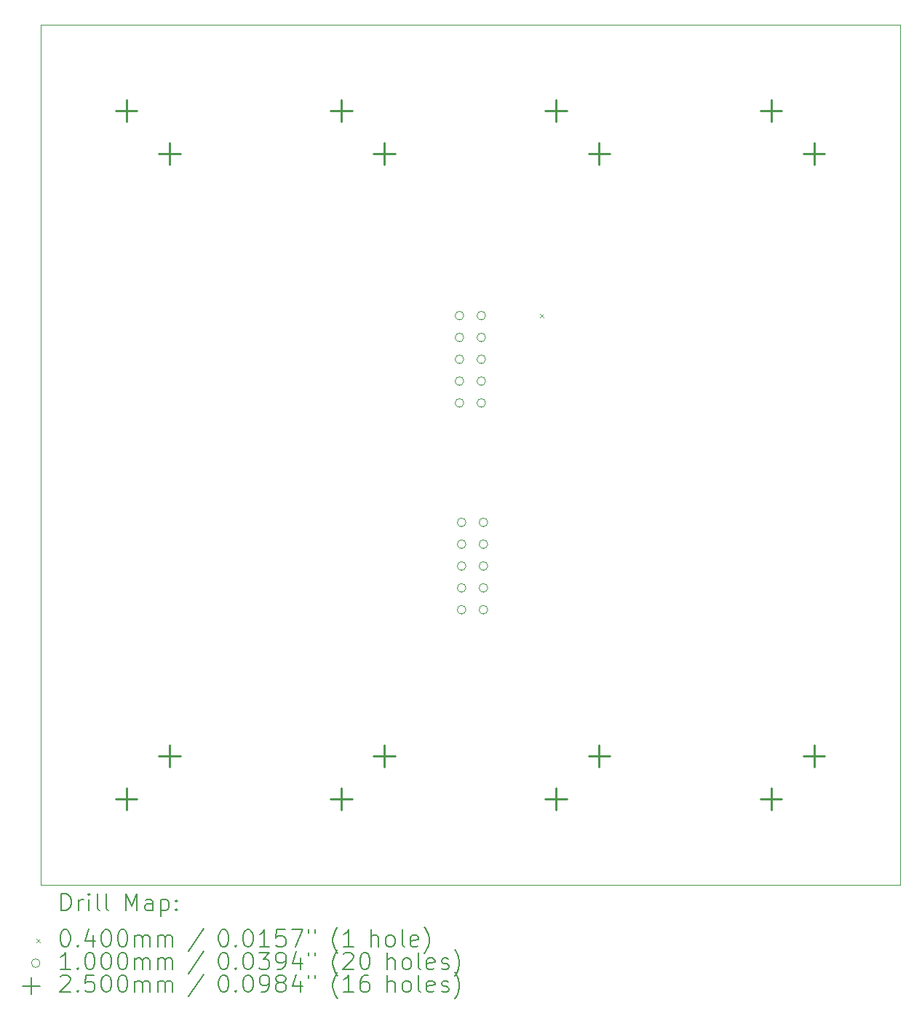
<source format=gbr>
%TF.GenerationSoftware,KiCad,Pcbnew,(7.0.0)*%
%TF.CreationDate,2023-05-18T23:42:44+02:00*%
%TF.ProjectId,Fad_1,4661645f-312e-46b6-9963-61645f706362,rev?*%
%TF.SameCoordinates,Original*%
%TF.FileFunction,Drillmap*%
%TF.FilePolarity,Positive*%
%FSLAX45Y45*%
G04 Gerber Fmt 4.5, Leading zero omitted, Abs format (unit mm)*
G04 Created by KiCad (PCBNEW (7.0.0)) date 2023-05-18 23:42:44*
%MOMM*%
%LPD*%
G01*
G04 APERTURE LIST*
%ADD10C,0.100000*%
%ADD11C,0.200000*%
%ADD12C,0.040000*%
%ADD13C,0.250000*%
G04 APERTURE END LIST*
D10*
X18000000Y-14000000D02*
X8000000Y-14000000D01*
X8000000Y-4000000D01*
X18000000Y-4000000D01*
X18000000Y-14000000D01*
D11*
D12*
X13810000Y-7360000D02*
X13850000Y-7400000D01*
X13850000Y-7360000D02*
X13810000Y-7400000D01*
D10*
X12925350Y-7380800D02*
G75*
G03*
X12925350Y-7380800I-50000J0D01*
G01*
X12925350Y-7634800D02*
G75*
G03*
X12925350Y-7634800I-50000J0D01*
G01*
X12925350Y-7888800D02*
G75*
G03*
X12925350Y-7888800I-50000J0D01*
G01*
X12925350Y-8142800D02*
G75*
G03*
X12925350Y-8142800I-50000J0D01*
G01*
X12925350Y-8396800D02*
G75*
G03*
X12925350Y-8396800I-50000J0D01*
G01*
X12950000Y-9784000D02*
G75*
G03*
X12950000Y-9784000I-50000J0D01*
G01*
X12950000Y-10038000D02*
G75*
G03*
X12950000Y-10038000I-50000J0D01*
G01*
X12950000Y-10292000D02*
G75*
G03*
X12950000Y-10292000I-50000J0D01*
G01*
X12950000Y-10546000D02*
G75*
G03*
X12950000Y-10546000I-50000J0D01*
G01*
X12950000Y-10800000D02*
G75*
G03*
X12950000Y-10800000I-50000J0D01*
G01*
X13179350Y-7380800D02*
G75*
G03*
X13179350Y-7380800I-50000J0D01*
G01*
X13179350Y-7634800D02*
G75*
G03*
X13179350Y-7634800I-50000J0D01*
G01*
X13179350Y-7888800D02*
G75*
G03*
X13179350Y-7888800I-50000J0D01*
G01*
X13179350Y-8142800D02*
G75*
G03*
X13179350Y-8142800I-50000J0D01*
G01*
X13179350Y-8396800D02*
G75*
G03*
X13179350Y-8396800I-50000J0D01*
G01*
X13204000Y-9784000D02*
G75*
G03*
X13204000Y-9784000I-50000J0D01*
G01*
X13204000Y-10038000D02*
G75*
G03*
X13204000Y-10038000I-50000J0D01*
G01*
X13204000Y-10292000D02*
G75*
G03*
X13204000Y-10292000I-50000J0D01*
G01*
X13204000Y-10546000D02*
G75*
G03*
X13204000Y-10546000I-50000J0D01*
G01*
X13204000Y-10800000D02*
G75*
G03*
X13204000Y-10800000I-50000J0D01*
G01*
D13*
X9000000Y-4875000D02*
X9000000Y-5125000D01*
X8875000Y-5000000D02*
X9125000Y-5000000D01*
X9000000Y-12875000D02*
X9000000Y-13125000D01*
X8875000Y-13000000D02*
X9125000Y-13000000D01*
X9500000Y-5375000D02*
X9500000Y-5625000D01*
X9375000Y-5500000D02*
X9625000Y-5500000D01*
X9500000Y-12375000D02*
X9500000Y-12625000D01*
X9375000Y-12500000D02*
X9625000Y-12500000D01*
X11500000Y-4875000D02*
X11500000Y-5125000D01*
X11375000Y-5000000D02*
X11625000Y-5000000D01*
X11500000Y-12875000D02*
X11500000Y-13125000D01*
X11375000Y-13000000D02*
X11625000Y-13000000D01*
X12000000Y-5375000D02*
X12000000Y-5625000D01*
X11875000Y-5500000D02*
X12125000Y-5500000D01*
X12000000Y-12375000D02*
X12000000Y-12625000D01*
X11875000Y-12500000D02*
X12125000Y-12500000D01*
X14000000Y-4875000D02*
X14000000Y-5125000D01*
X13875000Y-5000000D02*
X14125000Y-5000000D01*
X14000000Y-12875000D02*
X14000000Y-13125000D01*
X13875000Y-13000000D02*
X14125000Y-13000000D01*
X14500000Y-5375000D02*
X14500000Y-5625000D01*
X14375000Y-5500000D02*
X14625000Y-5500000D01*
X14500000Y-12375000D02*
X14500000Y-12625000D01*
X14375000Y-12500000D02*
X14625000Y-12500000D01*
X16500000Y-4875000D02*
X16500000Y-5125000D01*
X16375000Y-5000000D02*
X16625000Y-5000000D01*
X16500000Y-12875000D02*
X16500000Y-13125000D01*
X16375000Y-13000000D02*
X16625000Y-13000000D01*
X17000000Y-5375000D02*
X17000000Y-5625000D01*
X16875000Y-5500000D02*
X17125000Y-5500000D01*
X17000000Y-12375000D02*
X17000000Y-12625000D01*
X16875000Y-12500000D02*
X17125000Y-12500000D01*
D11*
X8242619Y-14298476D02*
X8242619Y-14098476D01*
X8242619Y-14098476D02*
X8290238Y-14098476D01*
X8290238Y-14098476D02*
X8318809Y-14108000D01*
X8318809Y-14108000D02*
X8337857Y-14127048D01*
X8337857Y-14127048D02*
X8347381Y-14146095D01*
X8347381Y-14146095D02*
X8356905Y-14184190D01*
X8356905Y-14184190D02*
X8356905Y-14212762D01*
X8356905Y-14212762D02*
X8347381Y-14250857D01*
X8347381Y-14250857D02*
X8337857Y-14269905D01*
X8337857Y-14269905D02*
X8318809Y-14288952D01*
X8318809Y-14288952D02*
X8290238Y-14298476D01*
X8290238Y-14298476D02*
X8242619Y-14298476D01*
X8442619Y-14298476D02*
X8442619Y-14165143D01*
X8442619Y-14203238D02*
X8452143Y-14184190D01*
X8452143Y-14184190D02*
X8461667Y-14174667D01*
X8461667Y-14174667D02*
X8480714Y-14165143D01*
X8480714Y-14165143D02*
X8499762Y-14165143D01*
X8566429Y-14298476D02*
X8566429Y-14165143D01*
X8566429Y-14098476D02*
X8556905Y-14108000D01*
X8556905Y-14108000D02*
X8566429Y-14117524D01*
X8566429Y-14117524D02*
X8575952Y-14108000D01*
X8575952Y-14108000D02*
X8566429Y-14098476D01*
X8566429Y-14098476D02*
X8566429Y-14117524D01*
X8690238Y-14298476D02*
X8671190Y-14288952D01*
X8671190Y-14288952D02*
X8661667Y-14269905D01*
X8661667Y-14269905D02*
X8661667Y-14098476D01*
X8795000Y-14298476D02*
X8775952Y-14288952D01*
X8775952Y-14288952D02*
X8766429Y-14269905D01*
X8766429Y-14269905D02*
X8766429Y-14098476D01*
X8991190Y-14298476D02*
X8991190Y-14098476D01*
X8991190Y-14098476D02*
X9057857Y-14241333D01*
X9057857Y-14241333D02*
X9124524Y-14098476D01*
X9124524Y-14098476D02*
X9124524Y-14298476D01*
X9305476Y-14298476D02*
X9305476Y-14193714D01*
X9305476Y-14193714D02*
X9295952Y-14174667D01*
X9295952Y-14174667D02*
X9276905Y-14165143D01*
X9276905Y-14165143D02*
X9238809Y-14165143D01*
X9238809Y-14165143D02*
X9219762Y-14174667D01*
X9305476Y-14288952D02*
X9286429Y-14298476D01*
X9286429Y-14298476D02*
X9238809Y-14298476D01*
X9238809Y-14298476D02*
X9219762Y-14288952D01*
X9219762Y-14288952D02*
X9210238Y-14269905D01*
X9210238Y-14269905D02*
X9210238Y-14250857D01*
X9210238Y-14250857D02*
X9219762Y-14231809D01*
X9219762Y-14231809D02*
X9238809Y-14222286D01*
X9238809Y-14222286D02*
X9286429Y-14222286D01*
X9286429Y-14222286D02*
X9305476Y-14212762D01*
X9400714Y-14165143D02*
X9400714Y-14365143D01*
X9400714Y-14174667D02*
X9419762Y-14165143D01*
X9419762Y-14165143D02*
X9457857Y-14165143D01*
X9457857Y-14165143D02*
X9476905Y-14174667D01*
X9476905Y-14174667D02*
X9486429Y-14184190D01*
X9486429Y-14184190D02*
X9495952Y-14203238D01*
X9495952Y-14203238D02*
X9495952Y-14260381D01*
X9495952Y-14260381D02*
X9486429Y-14279428D01*
X9486429Y-14279428D02*
X9476905Y-14288952D01*
X9476905Y-14288952D02*
X9457857Y-14298476D01*
X9457857Y-14298476D02*
X9419762Y-14298476D01*
X9419762Y-14298476D02*
X9400714Y-14288952D01*
X9581667Y-14279428D02*
X9591190Y-14288952D01*
X9591190Y-14288952D02*
X9581667Y-14298476D01*
X9581667Y-14298476D02*
X9572143Y-14288952D01*
X9572143Y-14288952D02*
X9581667Y-14279428D01*
X9581667Y-14279428D02*
X9581667Y-14298476D01*
X9581667Y-14174667D02*
X9591190Y-14184190D01*
X9591190Y-14184190D02*
X9581667Y-14193714D01*
X9581667Y-14193714D02*
X9572143Y-14184190D01*
X9572143Y-14184190D02*
X9581667Y-14174667D01*
X9581667Y-14174667D02*
X9581667Y-14193714D01*
D12*
X7955000Y-14625000D02*
X7995000Y-14665000D01*
X7995000Y-14625000D02*
X7955000Y-14665000D01*
D11*
X8280714Y-14518476D02*
X8299762Y-14518476D01*
X8299762Y-14518476D02*
X8318809Y-14528000D01*
X8318809Y-14528000D02*
X8328333Y-14537524D01*
X8328333Y-14537524D02*
X8337857Y-14556571D01*
X8337857Y-14556571D02*
X8347381Y-14594667D01*
X8347381Y-14594667D02*
X8347381Y-14642286D01*
X8347381Y-14642286D02*
X8337857Y-14680381D01*
X8337857Y-14680381D02*
X8328333Y-14699428D01*
X8328333Y-14699428D02*
X8318809Y-14708952D01*
X8318809Y-14708952D02*
X8299762Y-14718476D01*
X8299762Y-14718476D02*
X8280714Y-14718476D01*
X8280714Y-14718476D02*
X8261667Y-14708952D01*
X8261667Y-14708952D02*
X8252143Y-14699428D01*
X8252143Y-14699428D02*
X8242619Y-14680381D01*
X8242619Y-14680381D02*
X8233095Y-14642286D01*
X8233095Y-14642286D02*
X8233095Y-14594667D01*
X8233095Y-14594667D02*
X8242619Y-14556571D01*
X8242619Y-14556571D02*
X8252143Y-14537524D01*
X8252143Y-14537524D02*
X8261667Y-14528000D01*
X8261667Y-14528000D02*
X8280714Y-14518476D01*
X8433095Y-14699428D02*
X8442619Y-14708952D01*
X8442619Y-14708952D02*
X8433095Y-14718476D01*
X8433095Y-14718476D02*
X8423571Y-14708952D01*
X8423571Y-14708952D02*
X8433095Y-14699428D01*
X8433095Y-14699428D02*
X8433095Y-14718476D01*
X8614048Y-14585143D02*
X8614048Y-14718476D01*
X8566429Y-14508952D02*
X8518810Y-14651809D01*
X8518810Y-14651809D02*
X8642619Y-14651809D01*
X8756905Y-14518476D02*
X8775952Y-14518476D01*
X8775952Y-14518476D02*
X8795000Y-14528000D01*
X8795000Y-14528000D02*
X8804524Y-14537524D01*
X8804524Y-14537524D02*
X8814048Y-14556571D01*
X8814048Y-14556571D02*
X8823571Y-14594667D01*
X8823571Y-14594667D02*
X8823571Y-14642286D01*
X8823571Y-14642286D02*
X8814048Y-14680381D01*
X8814048Y-14680381D02*
X8804524Y-14699428D01*
X8804524Y-14699428D02*
X8795000Y-14708952D01*
X8795000Y-14708952D02*
X8775952Y-14718476D01*
X8775952Y-14718476D02*
X8756905Y-14718476D01*
X8756905Y-14718476D02*
X8737857Y-14708952D01*
X8737857Y-14708952D02*
X8728333Y-14699428D01*
X8728333Y-14699428D02*
X8718810Y-14680381D01*
X8718810Y-14680381D02*
X8709286Y-14642286D01*
X8709286Y-14642286D02*
X8709286Y-14594667D01*
X8709286Y-14594667D02*
X8718810Y-14556571D01*
X8718810Y-14556571D02*
X8728333Y-14537524D01*
X8728333Y-14537524D02*
X8737857Y-14528000D01*
X8737857Y-14528000D02*
X8756905Y-14518476D01*
X8947381Y-14518476D02*
X8966429Y-14518476D01*
X8966429Y-14518476D02*
X8985476Y-14528000D01*
X8985476Y-14528000D02*
X8995000Y-14537524D01*
X8995000Y-14537524D02*
X9004524Y-14556571D01*
X9004524Y-14556571D02*
X9014048Y-14594667D01*
X9014048Y-14594667D02*
X9014048Y-14642286D01*
X9014048Y-14642286D02*
X9004524Y-14680381D01*
X9004524Y-14680381D02*
X8995000Y-14699428D01*
X8995000Y-14699428D02*
X8985476Y-14708952D01*
X8985476Y-14708952D02*
X8966429Y-14718476D01*
X8966429Y-14718476D02*
X8947381Y-14718476D01*
X8947381Y-14718476D02*
X8928333Y-14708952D01*
X8928333Y-14708952D02*
X8918810Y-14699428D01*
X8918810Y-14699428D02*
X8909286Y-14680381D01*
X8909286Y-14680381D02*
X8899762Y-14642286D01*
X8899762Y-14642286D02*
X8899762Y-14594667D01*
X8899762Y-14594667D02*
X8909286Y-14556571D01*
X8909286Y-14556571D02*
X8918810Y-14537524D01*
X8918810Y-14537524D02*
X8928333Y-14528000D01*
X8928333Y-14528000D02*
X8947381Y-14518476D01*
X9099762Y-14718476D02*
X9099762Y-14585143D01*
X9099762Y-14604190D02*
X9109286Y-14594667D01*
X9109286Y-14594667D02*
X9128333Y-14585143D01*
X9128333Y-14585143D02*
X9156905Y-14585143D01*
X9156905Y-14585143D02*
X9175952Y-14594667D01*
X9175952Y-14594667D02*
X9185476Y-14613714D01*
X9185476Y-14613714D02*
X9185476Y-14718476D01*
X9185476Y-14613714D02*
X9195000Y-14594667D01*
X9195000Y-14594667D02*
X9214048Y-14585143D01*
X9214048Y-14585143D02*
X9242619Y-14585143D01*
X9242619Y-14585143D02*
X9261667Y-14594667D01*
X9261667Y-14594667D02*
X9271191Y-14613714D01*
X9271191Y-14613714D02*
X9271191Y-14718476D01*
X9366429Y-14718476D02*
X9366429Y-14585143D01*
X9366429Y-14604190D02*
X9375952Y-14594667D01*
X9375952Y-14594667D02*
X9395000Y-14585143D01*
X9395000Y-14585143D02*
X9423572Y-14585143D01*
X9423572Y-14585143D02*
X9442619Y-14594667D01*
X9442619Y-14594667D02*
X9452143Y-14613714D01*
X9452143Y-14613714D02*
X9452143Y-14718476D01*
X9452143Y-14613714D02*
X9461667Y-14594667D01*
X9461667Y-14594667D02*
X9480714Y-14585143D01*
X9480714Y-14585143D02*
X9509286Y-14585143D01*
X9509286Y-14585143D02*
X9528333Y-14594667D01*
X9528333Y-14594667D02*
X9537857Y-14613714D01*
X9537857Y-14613714D02*
X9537857Y-14718476D01*
X9895952Y-14508952D02*
X9724524Y-14766095D01*
X10120714Y-14518476D02*
X10139762Y-14518476D01*
X10139762Y-14518476D02*
X10158810Y-14528000D01*
X10158810Y-14528000D02*
X10168333Y-14537524D01*
X10168333Y-14537524D02*
X10177857Y-14556571D01*
X10177857Y-14556571D02*
X10187381Y-14594667D01*
X10187381Y-14594667D02*
X10187381Y-14642286D01*
X10187381Y-14642286D02*
X10177857Y-14680381D01*
X10177857Y-14680381D02*
X10168333Y-14699428D01*
X10168333Y-14699428D02*
X10158810Y-14708952D01*
X10158810Y-14708952D02*
X10139762Y-14718476D01*
X10139762Y-14718476D02*
X10120714Y-14718476D01*
X10120714Y-14718476D02*
X10101667Y-14708952D01*
X10101667Y-14708952D02*
X10092143Y-14699428D01*
X10092143Y-14699428D02*
X10082619Y-14680381D01*
X10082619Y-14680381D02*
X10073095Y-14642286D01*
X10073095Y-14642286D02*
X10073095Y-14594667D01*
X10073095Y-14594667D02*
X10082619Y-14556571D01*
X10082619Y-14556571D02*
X10092143Y-14537524D01*
X10092143Y-14537524D02*
X10101667Y-14528000D01*
X10101667Y-14528000D02*
X10120714Y-14518476D01*
X10273095Y-14699428D02*
X10282619Y-14708952D01*
X10282619Y-14708952D02*
X10273095Y-14718476D01*
X10273095Y-14718476D02*
X10263572Y-14708952D01*
X10263572Y-14708952D02*
X10273095Y-14699428D01*
X10273095Y-14699428D02*
X10273095Y-14718476D01*
X10406429Y-14518476D02*
X10425476Y-14518476D01*
X10425476Y-14518476D02*
X10444524Y-14528000D01*
X10444524Y-14528000D02*
X10454048Y-14537524D01*
X10454048Y-14537524D02*
X10463572Y-14556571D01*
X10463572Y-14556571D02*
X10473095Y-14594667D01*
X10473095Y-14594667D02*
X10473095Y-14642286D01*
X10473095Y-14642286D02*
X10463572Y-14680381D01*
X10463572Y-14680381D02*
X10454048Y-14699428D01*
X10454048Y-14699428D02*
X10444524Y-14708952D01*
X10444524Y-14708952D02*
X10425476Y-14718476D01*
X10425476Y-14718476D02*
X10406429Y-14718476D01*
X10406429Y-14718476D02*
X10387381Y-14708952D01*
X10387381Y-14708952D02*
X10377857Y-14699428D01*
X10377857Y-14699428D02*
X10368333Y-14680381D01*
X10368333Y-14680381D02*
X10358810Y-14642286D01*
X10358810Y-14642286D02*
X10358810Y-14594667D01*
X10358810Y-14594667D02*
X10368333Y-14556571D01*
X10368333Y-14556571D02*
X10377857Y-14537524D01*
X10377857Y-14537524D02*
X10387381Y-14528000D01*
X10387381Y-14528000D02*
X10406429Y-14518476D01*
X10663572Y-14718476D02*
X10549286Y-14718476D01*
X10606429Y-14718476D02*
X10606429Y-14518476D01*
X10606429Y-14518476D02*
X10587381Y-14547048D01*
X10587381Y-14547048D02*
X10568333Y-14566095D01*
X10568333Y-14566095D02*
X10549286Y-14575619D01*
X10844524Y-14518476D02*
X10749286Y-14518476D01*
X10749286Y-14518476D02*
X10739762Y-14613714D01*
X10739762Y-14613714D02*
X10749286Y-14604190D01*
X10749286Y-14604190D02*
X10768333Y-14594667D01*
X10768333Y-14594667D02*
X10815953Y-14594667D01*
X10815953Y-14594667D02*
X10835000Y-14604190D01*
X10835000Y-14604190D02*
X10844524Y-14613714D01*
X10844524Y-14613714D02*
X10854048Y-14632762D01*
X10854048Y-14632762D02*
X10854048Y-14680381D01*
X10854048Y-14680381D02*
X10844524Y-14699428D01*
X10844524Y-14699428D02*
X10835000Y-14708952D01*
X10835000Y-14708952D02*
X10815953Y-14718476D01*
X10815953Y-14718476D02*
X10768333Y-14718476D01*
X10768333Y-14718476D02*
X10749286Y-14708952D01*
X10749286Y-14708952D02*
X10739762Y-14699428D01*
X10920714Y-14518476D02*
X11054048Y-14518476D01*
X11054048Y-14518476D02*
X10968333Y-14718476D01*
X11120714Y-14518476D02*
X11120714Y-14556571D01*
X11196905Y-14518476D02*
X11196905Y-14556571D01*
X11459762Y-14794667D02*
X11450238Y-14785143D01*
X11450238Y-14785143D02*
X11431191Y-14756571D01*
X11431191Y-14756571D02*
X11421667Y-14737524D01*
X11421667Y-14737524D02*
X11412143Y-14708952D01*
X11412143Y-14708952D02*
X11402619Y-14661333D01*
X11402619Y-14661333D02*
X11402619Y-14623238D01*
X11402619Y-14623238D02*
X11412143Y-14575619D01*
X11412143Y-14575619D02*
X11421667Y-14547048D01*
X11421667Y-14547048D02*
X11431191Y-14528000D01*
X11431191Y-14528000D02*
X11450238Y-14499428D01*
X11450238Y-14499428D02*
X11459762Y-14489905D01*
X11640714Y-14718476D02*
X11526429Y-14718476D01*
X11583571Y-14718476D02*
X11583571Y-14518476D01*
X11583571Y-14518476D02*
X11564524Y-14547048D01*
X11564524Y-14547048D02*
X11545476Y-14566095D01*
X11545476Y-14566095D02*
X11526429Y-14575619D01*
X11846429Y-14718476D02*
X11846429Y-14518476D01*
X11932143Y-14718476D02*
X11932143Y-14613714D01*
X11932143Y-14613714D02*
X11922619Y-14594667D01*
X11922619Y-14594667D02*
X11903572Y-14585143D01*
X11903572Y-14585143D02*
X11875000Y-14585143D01*
X11875000Y-14585143D02*
X11855952Y-14594667D01*
X11855952Y-14594667D02*
X11846429Y-14604190D01*
X12055952Y-14718476D02*
X12036905Y-14708952D01*
X12036905Y-14708952D02*
X12027381Y-14699428D01*
X12027381Y-14699428D02*
X12017857Y-14680381D01*
X12017857Y-14680381D02*
X12017857Y-14623238D01*
X12017857Y-14623238D02*
X12027381Y-14604190D01*
X12027381Y-14604190D02*
X12036905Y-14594667D01*
X12036905Y-14594667D02*
X12055952Y-14585143D01*
X12055952Y-14585143D02*
X12084524Y-14585143D01*
X12084524Y-14585143D02*
X12103572Y-14594667D01*
X12103572Y-14594667D02*
X12113095Y-14604190D01*
X12113095Y-14604190D02*
X12122619Y-14623238D01*
X12122619Y-14623238D02*
X12122619Y-14680381D01*
X12122619Y-14680381D02*
X12113095Y-14699428D01*
X12113095Y-14699428D02*
X12103572Y-14708952D01*
X12103572Y-14708952D02*
X12084524Y-14718476D01*
X12084524Y-14718476D02*
X12055952Y-14718476D01*
X12236905Y-14718476D02*
X12217857Y-14708952D01*
X12217857Y-14708952D02*
X12208333Y-14689905D01*
X12208333Y-14689905D02*
X12208333Y-14518476D01*
X12389286Y-14708952D02*
X12370238Y-14718476D01*
X12370238Y-14718476D02*
X12332143Y-14718476D01*
X12332143Y-14718476D02*
X12313095Y-14708952D01*
X12313095Y-14708952D02*
X12303572Y-14689905D01*
X12303572Y-14689905D02*
X12303572Y-14613714D01*
X12303572Y-14613714D02*
X12313095Y-14594667D01*
X12313095Y-14594667D02*
X12332143Y-14585143D01*
X12332143Y-14585143D02*
X12370238Y-14585143D01*
X12370238Y-14585143D02*
X12389286Y-14594667D01*
X12389286Y-14594667D02*
X12398810Y-14613714D01*
X12398810Y-14613714D02*
X12398810Y-14632762D01*
X12398810Y-14632762D02*
X12303572Y-14651809D01*
X12465476Y-14794667D02*
X12475000Y-14785143D01*
X12475000Y-14785143D02*
X12494048Y-14756571D01*
X12494048Y-14756571D02*
X12503572Y-14737524D01*
X12503572Y-14737524D02*
X12513095Y-14708952D01*
X12513095Y-14708952D02*
X12522619Y-14661333D01*
X12522619Y-14661333D02*
X12522619Y-14623238D01*
X12522619Y-14623238D02*
X12513095Y-14575619D01*
X12513095Y-14575619D02*
X12503572Y-14547048D01*
X12503572Y-14547048D02*
X12494048Y-14528000D01*
X12494048Y-14528000D02*
X12475000Y-14499428D01*
X12475000Y-14499428D02*
X12465476Y-14489905D01*
D10*
X7995000Y-14909000D02*
G75*
G03*
X7995000Y-14909000I-50000J0D01*
G01*
D11*
X8347381Y-14982476D02*
X8233095Y-14982476D01*
X8290238Y-14982476D02*
X8290238Y-14782476D01*
X8290238Y-14782476D02*
X8271190Y-14811048D01*
X8271190Y-14811048D02*
X8252143Y-14830095D01*
X8252143Y-14830095D02*
X8233095Y-14839619D01*
X8433095Y-14963428D02*
X8442619Y-14972952D01*
X8442619Y-14972952D02*
X8433095Y-14982476D01*
X8433095Y-14982476D02*
X8423571Y-14972952D01*
X8423571Y-14972952D02*
X8433095Y-14963428D01*
X8433095Y-14963428D02*
X8433095Y-14982476D01*
X8566429Y-14782476D02*
X8585476Y-14782476D01*
X8585476Y-14782476D02*
X8604524Y-14792000D01*
X8604524Y-14792000D02*
X8614048Y-14801524D01*
X8614048Y-14801524D02*
X8623571Y-14820571D01*
X8623571Y-14820571D02*
X8633095Y-14858667D01*
X8633095Y-14858667D02*
X8633095Y-14906286D01*
X8633095Y-14906286D02*
X8623571Y-14944381D01*
X8623571Y-14944381D02*
X8614048Y-14963428D01*
X8614048Y-14963428D02*
X8604524Y-14972952D01*
X8604524Y-14972952D02*
X8585476Y-14982476D01*
X8585476Y-14982476D02*
X8566429Y-14982476D01*
X8566429Y-14982476D02*
X8547381Y-14972952D01*
X8547381Y-14972952D02*
X8537857Y-14963428D01*
X8537857Y-14963428D02*
X8528333Y-14944381D01*
X8528333Y-14944381D02*
X8518810Y-14906286D01*
X8518810Y-14906286D02*
X8518810Y-14858667D01*
X8518810Y-14858667D02*
X8528333Y-14820571D01*
X8528333Y-14820571D02*
X8537857Y-14801524D01*
X8537857Y-14801524D02*
X8547381Y-14792000D01*
X8547381Y-14792000D02*
X8566429Y-14782476D01*
X8756905Y-14782476D02*
X8775952Y-14782476D01*
X8775952Y-14782476D02*
X8795000Y-14792000D01*
X8795000Y-14792000D02*
X8804524Y-14801524D01*
X8804524Y-14801524D02*
X8814048Y-14820571D01*
X8814048Y-14820571D02*
X8823571Y-14858667D01*
X8823571Y-14858667D02*
X8823571Y-14906286D01*
X8823571Y-14906286D02*
X8814048Y-14944381D01*
X8814048Y-14944381D02*
X8804524Y-14963428D01*
X8804524Y-14963428D02*
X8795000Y-14972952D01*
X8795000Y-14972952D02*
X8775952Y-14982476D01*
X8775952Y-14982476D02*
X8756905Y-14982476D01*
X8756905Y-14982476D02*
X8737857Y-14972952D01*
X8737857Y-14972952D02*
X8728333Y-14963428D01*
X8728333Y-14963428D02*
X8718810Y-14944381D01*
X8718810Y-14944381D02*
X8709286Y-14906286D01*
X8709286Y-14906286D02*
X8709286Y-14858667D01*
X8709286Y-14858667D02*
X8718810Y-14820571D01*
X8718810Y-14820571D02*
X8728333Y-14801524D01*
X8728333Y-14801524D02*
X8737857Y-14792000D01*
X8737857Y-14792000D02*
X8756905Y-14782476D01*
X8947381Y-14782476D02*
X8966429Y-14782476D01*
X8966429Y-14782476D02*
X8985476Y-14792000D01*
X8985476Y-14792000D02*
X8995000Y-14801524D01*
X8995000Y-14801524D02*
X9004524Y-14820571D01*
X9004524Y-14820571D02*
X9014048Y-14858667D01*
X9014048Y-14858667D02*
X9014048Y-14906286D01*
X9014048Y-14906286D02*
X9004524Y-14944381D01*
X9004524Y-14944381D02*
X8995000Y-14963428D01*
X8995000Y-14963428D02*
X8985476Y-14972952D01*
X8985476Y-14972952D02*
X8966429Y-14982476D01*
X8966429Y-14982476D02*
X8947381Y-14982476D01*
X8947381Y-14982476D02*
X8928333Y-14972952D01*
X8928333Y-14972952D02*
X8918810Y-14963428D01*
X8918810Y-14963428D02*
X8909286Y-14944381D01*
X8909286Y-14944381D02*
X8899762Y-14906286D01*
X8899762Y-14906286D02*
X8899762Y-14858667D01*
X8899762Y-14858667D02*
X8909286Y-14820571D01*
X8909286Y-14820571D02*
X8918810Y-14801524D01*
X8918810Y-14801524D02*
X8928333Y-14792000D01*
X8928333Y-14792000D02*
X8947381Y-14782476D01*
X9099762Y-14982476D02*
X9099762Y-14849143D01*
X9099762Y-14868190D02*
X9109286Y-14858667D01*
X9109286Y-14858667D02*
X9128333Y-14849143D01*
X9128333Y-14849143D02*
X9156905Y-14849143D01*
X9156905Y-14849143D02*
X9175952Y-14858667D01*
X9175952Y-14858667D02*
X9185476Y-14877714D01*
X9185476Y-14877714D02*
X9185476Y-14982476D01*
X9185476Y-14877714D02*
X9195000Y-14858667D01*
X9195000Y-14858667D02*
X9214048Y-14849143D01*
X9214048Y-14849143D02*
X9242619Y-14849143D01*
X9242619Y-14849143D02*
X9261667Y-14858667D01*
X9261667Y-14858667D02*
X9271191Y-14877714D01*
X9271191Y-14877714D02*
X9271191Y-14982476D01*
X9366429Y-14982476D02*
X9366429Y-14849143D01*
X9366429Y-14868190D02*
X9375952Y-14858667D01*
X9375952Y-14858667D02*
X9395000Y-14849143D01*
X9395000Y-14849143D02*
X9423572Y-14849143D01*
X9423572Y-14849143D02*
X9442619Y-14858667D01*
X9442619Y-14858667D02*
X9452143Y-14877714D01*
X9452143Y-14877714D02*
X9452143Y-14982476D01*
X9452143Y-14877714D02*
X9461667Y-14858667D01*
X9461667Y-14858667D02*
X9480714Y-14849143D01*
X9480714Y-14849143D02*
X9509286Y-14849143D01*
X9509286Y-14849143D02*
X9528333Y-14858667D01*
X9528333Y-14858667D02*
X9537857Y-14877714D01*
X9537857Y-14877714D02*
X9537857Y-14982476D01*
X9895952Y-14772952D02*
X9724524Y-15030095D01*
X10120714Y-14782476D02*
X10139762Y-14782476D01*
X10139762Y-14782476D02*
X10158810Y-14792000D01*
X10158810Y-14792000D02*
X10168333Y-14801524D01*
X10168333Y-14801524D02*
X10177857Y-14820571D01*
X10177857Y-14820571D02*
X10187381Y-14858667D01*
X10187381Y-14858667D02*
X10187381Y-14906286D01*
X10187381Y-14906286D02*
X10177857Y-14944381D01*
X10177857Y-14944381D02*
X10168333Y-14963428D01*
X10168333Y-14963428D02*
X10158810Y-14972952D01*
X10158810Y-14972952D02*
X10139762Y-14982476D01*
X10139762Y-14982476D02*
X10120714Y-14982476D01*
X10120714Y-14982476D02*
X10101667Y-14972952D01*
X10101667Y-14972952D02*
X10092143Y-14963428D01*
X10092143Y-14963428D02*
X10082619Y-14944381D01*
X10082619Y-14944381D02*
X10073095Y-14906286D01*
X10073095Y-14906286D02*
X10073095Y-14858667D01*
X10073095Y-14858667D02*
X10082619Y-14820571D01*
X10082619Y-14820571D02*
X10092143Y-14801524D01*
X10092143Y-14801524D02*
X10101667Y-14792000D01*
X10101667Y-14792000D02*
X10120714Y-14782476D01*
X10273095Y-14963428D02*
X10282619Y-14972952D01*
X10282619Y-14972952D02*
X10273095Y-14982476D01*
X10273095Y-14982476D02*
X10263572Y-14972952D01*
X10263572Y-14972952D02*
X10273095Y-14963428D01*
X10273095Y-14963428D02*
X10273095Y-14982476D01*
X10406429Y-14782476D02*
X10425476Y-14782476D01*
X10425476Y-14782476D02*
X10444524Y-14792000D01*
X10444524Y-14792000D02*
X10454048Y-14801524D01*
X10454048Y-14801524D02*
X10463572Y-14820571D01*
X10463572Y-14820571D02*
X10473095Y-14858667D01*
X10473095Y-14858667D02*
X10473095Y-14906286D01*
X10473095Y-14906286D02*
X10463572Y-14944381D01*
X10463572Y-14944381D02*
X10454048Y-14963428D01*
X10454048Y-14963428D02*
X10444524Y-14972952D01*
X10444524Y-14972952D02*
X10425476Y-14982476D01*
X10425476Y-14982476D02*
X10406429Y-14982476D01*
X10406429Y-14982476D02*
X10387381Y-14972952D01*
X10387381Y-14972952D02*
X10377857Y-14963428D01*
X10377857Y-14963428D02*
X10368333Y-14944381D01*
X10368333Y-14944381D02*
X10358810Y-14906286D01*
X10358810Y-14906286D02*
X10358810Y-14858667D01*
X10358810Y-14858667D02*
X10368333Y-14820571D01*
X10368333Y-14820571D02*
X10377857Y-14801524D01*
X10377857Y-14801524D02*
X10387381Y-14792000D01*
X10387381Y-14792000D02*
X10406429Y-14782476D01*
X10539762Y-14782476D02*
X10663572Y-14782476D01*
X10663572Y-14782476D02*
X10596905Y-14858667D01*
X10596905Y-14858667D02*
X10625476Y-14858667D01*
X10625476Y-14858667D02*
X10644524Y-14868190D01*
X10644524Y-14868190D02*
X10654048Y-14877714D01*
X10654048Y-14877714D02*
X10663572Y-14896762D01*
X10663572Y-14896762D02*
X10663572Y-14944381D01*
X10663572Y-14944381D02*
X10654048Y-14963428D01*
X10654048Y-14963428D02*
X10644524Y-14972952D01*
X10644524Y-14972952D02*
X10625476Y-14982476D01*
X10625476Y-14982476D02*
X10568333Y-14982476D01*
X10568333Y-14982476D02*
X10549286Y-14972952D01*
X10549286Y-14972952D02*
X10539762Y-14963428D01*
X10758810Y-14982476D02*
X10796905Y-14982476D01*
X10796905Y-14982476D02*
X10815953Y-14972952D01*
X10815953Y-14972952D02*
X10825476Y-14963428D01*
X10825476Y-14963428D02*
X10844524Y-14934857D01*
X10844524Y-14934857D02*
X10854048Y-14896762D01*
X10854048Y-14896762D02*
X10854048Y-14820571D01*
X10854048Y-14820571D02*
X10844524Y-14801524D01*
X10844524Y-14801524D02*
X10835000Y-14792000D01*
X10835000Y-14792000D02*
X10815953Y-14782476D01*
X10815953Y-14782476D02*
X10777857Y-14782476D01*
X10777857Y-14782476D02*
X10758810Y-14792000D01*
X10758810Y-14792000D02*
X10749286Y-14801524D01*
X10749286Y-14801524D02*
X10739762Y-14820571D01*
X10739762Y-14820571D02*
X10739762Y-14868190D01*
X10739762Y-14868190D02*
X10749286Y-14887238D01*
X10749286Y-14887238D02*
X10758810Y-14896762D01*
X10758810Y-14896762D02*
X10777857Y-14906286D01*
X10777857Y-14906286D02*
X10815953Y-14906286D01*
X10815953Y-14906286D02*
X10835000Y-14896762D01*
X10835000Y-14896762D02*
X10844524Y-14887238D01*
X10844524Y-14887238D02*
X10854048Y-14868190D01*
X11025476Y-14849143D02*
X11025476Y-14982476D01*
X10977857Y-14772952D02*
X10930238Y-14915809D01*
X10930238Y-14915809D02*
X11054048Y-14915809D01*
X11120714Y-14782476D02*
X11120714Y-14820571D01*
X11196905Y-14782476D02*
X11196905Y-14820571D01*
X11459762Y-15058667D02*
X11450238Y-15049143D01*
X11450238Y-15049143D02*
X11431191Y-15020571D01*
X11431191Y-15020571D02*
X11421667Y-15001524D01*
X11421667Y-15001524D02*
X11412143Y-14972952D01*
X11412143Y-14972952D02*
X11402619Y-14925333D01*
X11402619Y-14925333D02*
X11402619Y-14887238D01*
X11402619Y-14887238D02*
X11412143Y-14839619D01*
X11412143Y-14839619D02*
X11421667Y-14811048D01*
X11421667Y-14811048D02*
X11431191Y-14792000D01*
X11431191Y-14792000D02*
X11450238Y-14763428D01*
X11450238Y-14763428D02*
X11459762Y-14753905D01*
X11526429Y-14801524D02*
X11535952Y-14792000D01*
X11535952Y-14792000D02*
X11555000Y-14782476D01*
X11555000Y-14782476D02*
X11602619Y-14782476D01*
X11602619Y-14782476D02*
X11621667Y-14792000D01*
X11621667Y-14792000D02*
X11631191Y-14801524D01*
X11631191Y-14801524D02*
X11640714Y-14820571D01*
X11640714Y-14820571D02*
X11640714Y-14839619D01*
X11640714Y-14839619D02*
X11631191Y-14868190D01*
X11631191Y-14868190D02*
X11516905Y-14982476D01*
X11516905Y-14982476D02*
X11640714Y-14982476D01*
X11764524Y-14782476D02*
X11783572Y-14782476D01*
X11783572Y-14782476D02*
X11802619Y-14792000D01*
X11802619Y-14792000D02*
X11812143Y-14801524D01*
X11812143Y-14801524D02*
X11821667Y-14820571D01*
X11821667Y-14820571D02*
X11831191Y-14858667D01*
X11831191Y-14858667D02*
X11831191Y-14906286D01*
X11831191Y-14906286D02*
X11821667Y-14944381D01*
X11821667Y-14944381D02*
X11812143Y-14963428D01*
X11812143Y-14963428D02*
X11802619Y-14972952D01*
X11802619Y-14972952D02*
X11783572Y-14982476D01*
X11783572Y-14982476D02*
X11764524Y-14982476D01*
X11764524Y-14982476D02*
X11745476Y-14972952D01*
X11745476Y-14972952D02*
X11735952Y-14963428D01*
X11735952Y-14963428D02*
X11726429Y-14944381D01*
X11726429Y-14944381D02*
X11716905Y-14906286D01*
X11716905Y-14906286D02*
X11716905Y-14858667D01*
X11716905Y-14858667D02*
X11726429Y-14820571D01*
X11726429Y-14820571D02*
X11735952Y-14801524D01*
X11735952Y-14801524D02*
X11745476Y-14792000D01*
X11745476Y-14792000D02*
X11764524Y-14782476D01*
X12036905Y-14982476D02*
X12036905Y-14782476D01*
X12122619Y-14982476D02*
X12122619Y-14877714D01*
X12122619Y-14877714D02*
X12113095Y-14858667D01*
X12113095Y-14858667D02*
X12094048Y-14849143D01*
X12094048Y-14849143D02*
X12065476Y-14849143D01*
X12065476Y-14849143D02*
X12046429Y-14858667D01*
X12046429Y-14858667D02*
X12036905Y-14868190D01*
X12246429Y-14982476D02*
X12227381Y-14972952D01*
X12227381Y-14972952D02*
X12217857Y-14963428D01*
X12217857Y-14963428D02*
X12208333Y-14944381D01*
X12208333Y-14944381D02*
X12208333Y-14887238D01*
X12208333Y-14887238D02*
X12217857Y-14868190D01*
X12217857Y-14868190D02*
X12227381Y-14858667D01*
X12227381Y-14858667D02*
X12246429Y-14849143D01*
X12246429Y-14849143D02*
X12275000Y-14849143D01*
X12275000Y-14849143D02*
X12294048Y-14858667D01*
X12294048Y-14858667D02*
X12303572Y-14868190D01*
X12303572Y-14868190D02*
X12313095Y-14887238D01*
X12313095Y-14887238D02*
X12313095Y-14944381D01*
X12313095Y-14944381D02*
X12303572Y-14963428D01*
X12303572Y-14963428D02*
X12294048Y-14972952D01*
X12294048Y-14972952D02*
X12275000Y-14982476D01*
X12275000Y-14982476D02*
X12246429Y-14982476D01*
X12427381Y-14982476D02*
X12408333Y-14972952D01*
X12408333Y-14972952D02*
X12398810Y-14953905D01*
X12398810Y-14953905D02*
X12398810Y-14782476D01*
X12579762Y-14972952D02*
X12560714Y-14982476D01*
X12560714Y-14982476D02*
X12522619Y-14982476D01*
X12522619Y-14982476D02*
X12503572Y-14972952D01*
X12503572Y-14972952D02*
X12494048Y-14953905D01*
X12494048Y-14953905D02*
X12494048Y-14877714D01*
X12494048Y-14877714D02*
X12503572Y-14858667D01*
X12503572Y-14858667D02*
X12522619Y-14849143D01*
X12522619Y-14849143D02*
X12560714Y-14849143D01*
X12560714Y-14849143D02*
X12579762Y-14858667D01*
X12579762Y-14858667D02*
X12589286Y-14877714D01*
X12589286Y-14877714D02*
X12589286Y-14896762D01*
X12589286Y-14896762D02*
X12494048Y-14915809D01*
X12665476Y-14972952D02*
X12684524Y-14982476D01*
X12684524Y-14982476D02*
X12722619Y-14982476D01*
X12722619Y-14982476D02*
X12741667Y-14972952D01*
X12741667Y-14972952D02*
X12751191Y-14953905D01*
X12751191Y-14953905D02*
X12751191Y-14944381D01*
X12751191Y-14944381D02*
X12741667Y-14925333D01*
X12741667Y-14925333D02*
X12722619Y-14915809D01*
X12722619Y-14915809D02*
X12694048Y-14915809D01*
X12694048Y-14915809D02*
X12675000Y-14906286D01*
X12675000Y-14906286D02*
X12665476Y-14887238D01*
X12665476Y-14887238D02*
X12665476Y-14877714D01*
X12665476Y-14877714D02*
X12675000Y-14858667D01*
X12675000Y-14858667D02*
X12694048Y-14849143D01*
X12694048Y-14849143D02*
X12722619Y-14849143D01*
X12722619Y-14849143D02*
X12741667Y-14858667D01*
X12817857Y-15058667D02*
X12827381Y-15049143D01*
X12827381Y-15049143D02*
X12846429Y-15020571D01*
X12846429Y-15020571D02*
X12855953Y-15001524D01*
X12855953Y-15001524D02*
X12865476Y-14972952D01*
X12865476Y-14972952D02*
X12875000Y-14925333D01*
X12875000Y-14925333D02*
X12875000Y-14887238D01*
X12875000Y-14887238D02*
X12865476Y-14839619D01*
X12865476Y-14839619D02*
X12855953Y-14811048D01*
X12855953Y-14811048D02*
X12846429Y-14792000D01*
X12846429Y-14792000D02*
X12827381Y-14763428D01*
X12827381Y-14763428D02*
X12817857Y-14753905D01*
X7895000Y-15073000D02*
X7895000Y-15273000D01*
X7795000Y-15173000D02*
X7995000Y-15173000D01*
X8233095Y-15065524D02*
X8242619Y-15056000D01*
X8242619Y-15056000D02*
X8261667Y-15046476D01*
X8261667Y-15046476D02*
X8309286Y-15046476D01*
X8309286Y-15046476D02*
X8328333Y-15056000D01*
X8328333Y-15056000D02*
X8337857Y-15065524D01*
X8337857Y-15065524D02*
X8347381Y-15084571D01*
X8347381Y-15084571D02*
X8347381Y-15103619D01*
X8347381Y-15103619D02*
X8337857Y-15132190D01*
X8337857Y-15132190D02*
X8223571Y-15246476D01*
X8223571Y-15246476D02*
X8347381Y-15246476D01*
X8433095Y-15227428D02*
X8442619Y-15236952D01*
X8442619Y-15236952D02*
X8433095Y-15246476D01*
X8433095Y-15246476D02*
X8423571Y-15236952D01*
X8423571Y-15236952D02*
X8433095Y-15227428D01*
X8433095Y-15227428D02*
X8433095Y-15246476D01*
X8623571Y-15046476D02*
X8528333Y-15046476D01*
X8528333Y-15046476D02*
X8518810Y-15141714D01*
X8518810Y-15141714D02*
X8528333Y-15132190D01*
X8528333Y-15132190D02*
X8547381Y-15122667D01*
X8547381Y-15122667D02*
X8595000Y-15122667D01*
X8595000Y-15122667D02*
X8614048Y-15132190D01*
X8614048Y-15132190D02*
X8623571Y-15141714D01*
X8623571Y-15141714D02*
X8633095Y-15160762D01*
X8633095Y-15160762D02*
X8633095Y-15208381D01*
X8633095Y-15208381D02*
X8623571Y-15227428D01*
X8623571Y-15227428D02*
X8614048Y-15236952D01*
X8614048Y-15236952D02*
X8595000Y-15246476D01*
X8595000Y-15246476D02*
X8547381Y-15246476D01*
X8547381Y-15246476D02*
X8528333Y-15236952D01*
X8528333Y-15236952D02*
X8518810Y-15227428D01*
X8756905Y-15046476D02*
X8775952Y-15046476D01*
X8775952Y-15046476D02*
X8795000Y-15056000D01*
X8795000Y-15056000D02*
X8804524Y-15065524D01*
X8804524Y-15065524D02*
X8814048Y-15084571D01*
X8814048Y-15084571D02*
X8823571Y-15122667D01*
X8823571Y-15122667D02*
X8823571Y-15170286D01*
X8823571Y-15170286D02*
X8814048Y-15208381D01*
X8814048Y-15208381D02*
X8804524Y-15227428D01*
X8804524Y-15227428D02*
X8795000Y-15236952D01*
X8795000Y-15236952D02*
X8775952Y-15246476D01*
X8775952Y-15246476D02*
X8756905Y-15246476D01*
X8756905Y-15246476D02*
X8737857Y-15236952D01*
X8737857Y-15236952D02*
X8728333Y-15227428D01*
X8728333Y-15227428D02*
X8718810Y-15208381D01*
X8718810Y-15208381D02*
X8709286Y-15170286D01*
X8709286Y-15170286D02*
X8709286Y-15122667D01*
X8709286Y-15122667D02*
X8718810Y-15084571D01*
X8718810Y-15084571D02*
X8728333Y-15065524D01*
X8728333Y-15065524D02*
X8737857Y-15056000D01*
X8737857Y-15056000D02*
X8756905Y-15046476D01*
X8947381Y-15046476D02*
X8966429Y-15046476D01*
X8966429Y-15046476D02*
X8985476Y-15056000D01*
X8985476Y-15056000D02*
X8995000Y-15065524D01*
X8995000Y-15065524D02*
X9004524Y-15084571D01*
X9004524Y-15084571D02*
X9014048Y-15122667D01*
X9014048Y-15122667D02*
X9014048Y-15170286D01*
X9014048Y-15170286D02*
X9004524Y-15208381D01*
X9004524Y-15208381D02*
X8995000Y-15227428D01*
X8995000Y-15227428D02*
X8985476Y-15236952D01*
X8985476Y-15236952D02*
X8966429Y-15246476D01*
X8966429Y-15246476D02*
X8947381Y-15246476D01*
X8947381Y-15246476D02*
X8928333Y-15236952D01*
X8928333Y-15236952D02*
X8918810Y-15227428D01*
X8918810Y-15227428D02*
X8909286Y-15208381D01*
X8909286Y-15208381D02*
X8899762Y-15170286D01*
X8899762Y-15170286D02*
X8899762Y-15122667D01*
X8899762Y-15122667D02*
X8909286Y-15084571D01*
X8909286Y-15084571D02*
X8918810Y-15065524D01*
X8918810Y-15065524D02*
X8928333Y-15056000D01*
X8928333Y-15056000D02*
X8947381Y-15046476D01*
X9099762Y-15246476D02*
X9099762Y-15113143D01*
X9099762Y-15132190D02*
X9109286Y-15122667D01*
X9109286Y-15122667D02*
X9128333Y-15113143D01*
X9128333Y-15113143D02*
X9156905Y-15113143D01*
X9156905Y-15113143D02*
X9175952Y-15122667D01*
X9175952Y-15122667D02*
X9185476Y-15141714D01*
X9185476Y-15141714D02*
X9185476Y-15246476D01*
X9185476Y-15141714D02*
X9195000Y-15122667D01*
X9195000Y-15122667D02*
X9214048Y-15113143D01*
X9214048Y-15113143D02*
X9242619Y-15113143D01*
X9242619Y-15113143D02*
X9261667Y-15122667D01*
X9261667Y-15122667D02*
X9271191Y-15141714D01*
X9271191Y-15141714D02*
X9271191Y-15246476D01*
X9366429Y-15246476D02*
X9366429Y-15113143D01*
X9366429Y-15132190D02*
X9375952Y-15122667D01*
X9375952Y-15122667D02*
X9395000Y-15113143D01*
X9395000Y-15113143D02*
X9423572Y-15113143D01*
X9423572Y-15113143D02*
X9442619Y-15122667D01*
X9442619Y-15122667D02*
X9452143Y-15141714D01*
X9452143Y-15141714D02*
X9452143Y-15246476D01*
X9452143Y-15141714D02*
X9461667Y-15122667D01*
X9461667Y-15122667D02*
X9480714Y-15113143D01*
X9480714Y-15113143D02*
X9509286Y-15113143D01*
X9509286Y-15113143D02*
X9528333Y-15122667D01*
X9528333Y-15122667D02*
X9537857Y-15141714D01*
X9537857Y-15141714D02*
X9537857Y-15246476D01*
X9895952Y-15036952D02*
X9724524Y-15294095D01*
X10120714Y-15046476D02*
X10139762Y-15046476D01*
X10139762Y-15046476D02*
X10158810Y-15056000D01*
X10158810Y-15056000D02*
X10168333Y-15065524D01*
X10168333Y-15065524D02*
X10177857Y-15084571D01*
X10177857Y-15084571D02*
X10187381Y-15122667D01*
X10187381Y-15122667D02*
X10187381Y-15170286D01*
X10187381Y-15170286D02*
X10177857Y-15208381D01*
X10177857Y-15208381D02*
X10168333Y-15227428D01*
X10168333Y-15227428D02*
X10158810Y-15236952D01*
X10158810Y-15236952D02*
X10139762Y-15246476D01*
X10139762Y-15246476D02*
X10120714Y-15246476D01*
X10120714Y-15246476D02*
X10101667Y-15236952D01*
X10101667Y-15236952D02*
X10092143Y-15227428D01*
X10092143Y-15227428D02*
X10082619Y-15208381D01*
X10082619Y-15208381D02*
X10073095Y-15170286D01*
X10073095Y-15170286D02*
X10073095Y-15122667D01*
X10073095Y-15122667D02*
X10082619Y-15084571D01*
X10082619Y-15084571D02*
X10092143Y-15065524D01*
X10092143Y-15065524D02*
X10101667Y-15056000D01*
X10101667Y-15056000D02*
X10120714Y-15046476D01*
X10273095Y-15227428D02*
X10282619Y-15236952D01*
X10282619Y-15236952D02*
X10273095Y-15246476D01*
X10273095Y-15246476D02*
X10263572Y-15236952D01*
X10263572Y-15236952D02*
X10273095Y-15227428D01*
X10273095Y-15227428D02*
X10273095Y-15246476D01*
X10406429Y-15046476D02*
X10425476Y-15046476D01*
X10425476Y-15046476D02*
X10444524Y-15056000D01*
X10444524Y-15056000D02*
X10454048Y-15065524D01*
X10454048Y-15065524D02*
X10463572Y-15084571D01*
X10463572Y-15084571D02*
X10473095Y-15122667D01*
X10473095Y-15122667D02*
X10473095Y-15170286D01*
X10473095Y-15170286D02*
X10463572Y-15208381D01*
X10463572Y-15208381D02*
X10454048Y-15227428D01*
X10454048Y-15227428D02*
X10444524Y-15236952D01*
X10444524Y-15236952D02*
X10425476Y-15246476D01*
X10425476Y-15246476D02*
X10406429Y-15246476D01*
X10406429Y-15246476D02*
X10387381Y-15236952D01*
X10387381Y-15236952D02*
X10377857Y-15227428D01*
X10377857Y-15227428D02*
X10368333Y-15208381D01*
X10368333Y-15208381D02*
X10358810Y-15170286D01*
X10358810Y-15170286D02*
X10358810Y-15122667D01*
X10358810Y-15122667D02*
X10368333Y-15084571D01*
X10368333Y-15084571D02*
X10377857Y-15065524D01*
X10377857Y-15065524D02*
X10387381Y-15056000D01*
X10387381Y-15056000D02*
X10406429Y-15046476D01*
X10568333Y-15246476D02*
X10606429Y-15246476D01*
X10606429Y-15246476D02*
X10625476Y-15236952D01*
X10625476Y-15236952D02*
X10635000Y-15227428D01*
X10635000Y-15227428D02*
X10654048Y-15198857D01*
X10654048Y-15198857D02*
X10663572Y-15160762D01*
X10663572Y-15160762D02*
X10663572Y-15084571D01*
X10663572Y-15084571D02*
X10654048Y-15065524D01*
X10654048Y-15065524D02*
X10644524Y-15056000D01*
X10644524Y-15056000D02*
X10625476Y-15046476D01*
X10625476Y-15046476D02*
X10587381Y-15046476D01*
X10587381Y-15046476D02*
X10568333Y-15056000D01*
X10568333Y-15056000D02*
X10558810Y-15065524D01*
X10558810Y-15065524D02*
X10549286Y-15084571D01*
X10549286Y-15084571D02*
X10549286Y-15132190D01*
X10549286Y-15132190D02*
X10558810Y-15151238D01*
X10558810Y-15151238D02*
X10568333Y-15160762D01*
X10568333Y-15160762D02*
X10587381Y-15170286D01*
X10587381Y-15170286D02*
X10625476Y-15170286D01*
X10625476Y-15170286D02*
X10644524Y-15160762D01*
X10644524Y-15160762D02*
X10654048Y-15151238D01*
X10654048Y-15151238D02*
X10663572Y-15132190D01*
X10777857Y-15132190D02*
X10758810Y-15122667D01*
X10758810Y-15122667D02*
X10749286Y-15113143D01*
X10749286Y-15113143D02*
X10739762Y-15094095D01*
X10739762Y-15094095D02*
X10739762Y-15084571D01*
X10739762Y-15084571D02*
X10749286Y-15065524D01*
X10749286Y-15065524D02*
X10758810Y-15056000D01*
X10758810Y-15056000D02*
X10777857Y-15046476D01*
X10777857Y-15046476D02*
X10815953Y-15046476D01*
X10815953Y-15046476D02*
X10835000Y-15056000D01*
X10835000Y-15056000D02*
X10844524Y-15065524D01*
X10844524Y-15065524D02*
X10854048Y-15084571D01*
X10854048Y-15084571D02*
X10854048Y-15094095D01*
X10854048Y-15094095D02*
X10844524Y-15113143D01*
X10844524Y-15113143D02*
X10835000Y-15122667D01*
X10835000Y-15122667D02*
X10815953Y-15132190D01*
X10815953Y-15132190D02*
X10777857Y-15132190D01*
X10777857Y-15132190D02*
X10758810Y-15141714D01*
X10758810Y-15141714D02*
X10749286Y-15151238D01*
X10749286Y-15151238D02*
X10739762Y-15170286D01*
X10739762Y-15170286D02*
X10739762Y-15208381D01*
X10739762Y-15208381D02*
X10749286Y-15227428D01*
X10749286Y-15227428D02*
X10758810Y-15236952D01*
X10758810Y-15236952D02*
X10777857Y-15246476D01*
X10777857Y-15246476D02*
X10815953Y-15246476D01*
X10815953Y-15246476D02*
X10835000Y-15236952D01*
X10835000Y-15236952D02*
X10844524Y-15227428D01*
X10844524Y-15227428D02*
X10854048Y-15208381D01*
X10854048Y-15208381D02*
X10854048Y-15170286D01*
X10854048Y-15170286D02*
X10844524Y-15151238D01*
X10844524Y-15151238D02*
X10835000Y-15141714D01*
X10835000Y-15141714D02*
X10815953Y-15132190D01*
X11025476Y-15113143D02*
X11025476Y-15246476D01*
X10977857Y-15036952D02*
X10930238Y-15179809D01*
X10930238Y-15179809D02*
X11054048Y-15179809D01*
X11120714Y-15046476D02*
X11120714Y-15084571D01*
X11196905Y-15046476D02*
X11196905Y-15084571D01*
X11459762Y-15322667D02*
X11450238Y-15313143D01*
X11450238Y-15313143D02*
X11431191Y-15284571D01*
X11431191Y-15284571D02*
X11421667Y-15265524D01*
X11421667Y-15265524D02*
X11412143Y-15236952D01*
X11412143Y-15236952D02*
X11402619Y-15189333D01*
X11402619Y-15189333D02*
X11402619Y-15151238D01*
X11402619Y-15151238D02*
X11412143Y-15103619D01*
X11412143Y-15103619D02*
X11421667Y-15075048D01*
X11421667Y-15075048D02*
X11431191Y-15056000D01*
X11431191Y-15056000D02*
X11450238Y-15027428D01*
X11450238Y-15027428D02*
X11459762Y-15017905D01*
X11640714Y-15246476D02*
X11526429Y-15246476D01*
X11583571Y-15246476D02*
X11583571Y-15046476D01*
X11583571Y-15046476D02*
X11564524Y-15075048D01*
X11564524Y-15075048D02*
X11545476Y-15094095D01*
X11545476Y-15094095D02*
X11526429Y-15103619D01*
X11812143Y-15046476D02*
X11774048Y-15046476D01*
X11774048Y-15046476D02*
X11755000Y-15056000D01*
X11755000Y-15056000D02*
X11745476Y-15065524D01*
X11745476Y-15065524D02*
X11726429Y-15094095D01*
X11726429Y-15094095D02*
X11716905Y-15132190D01*
X11716905Y-15132190D02*
X11716905Y-15208381D01*
X11716905Y-15208381D02*
X11726429Y-15227428D01*
X11726429Y-15227428D02*
X11735952Y-15236952D01*
X11735952Y-15236952D02*
X11755000Y-15246476D01*
X11755000Y-15246476D02*
X11793095Y-15246476D01*
X11793095Y-15246476D02*
X11812143Y-15236952D01*
X11812143Y-15236952D02*
X11821667Y-15227428D01*
X11821667Y-15227428D02*
X11831191Y-15208381D01*
X11831191Y-15208381D02*
X11831191Y-15160762D01*
X11831191Y-15160762D02*
X11821667Y-15141714D01*
X11821667Y-15141714D02*
X11812143Y-15132190D01*
X11812143Y-15132190D02*
X11793095Y-15122667D01*
X11793095Y-15122667D02*
X11755000Y-15122667D01*
X11755000Y-15122667D02*
X11735952Y-15132190D01*
X11735952Y-15132190D02*
X11726429Y-15141714D01*
X11726429Y-15141714D02*
X11716905Y-15160762D01*
X12036905Y-15246476D02*
X12036905Y-15046476D01*
X12122619Y-15246476D02*
X12122619Y-15141714D01*
X12122619Y-15141714D02*
X12113095Y-15122667D01*
X12113095Y-15122667D02*
X12094048Y-15113143D01*
X12094048Y-15113143D02*
X12065476Y-15113143D01*
X12065476Y-15113143D02*
X12046429Y-15122667D01*
X12046429Y-15122667D02*
X12036905Y-15132190D01*
X12246429Y-15246476D02*
X12227381Y-15236952D01*
X12227381Y-15236952D02*
X12217857Y-15227428D01*
X12217857Y-15227428D02*
X12208333Y-15208381D01*
X12208333Y-15208381D02*
X12208333Y-15151238D01*
X12208333Y-15151238D02*
X12217857Y-15132190D01*
X12217857Y-15132190D02*
X12227381Y-15122667D01*
X12227381Y-15122667D02*
X12246429Y-15113143D01*
X12246429Y-15113143D02*
X12275000Y-15113143D01*
X12275000Y-15113143D02*
X12294048Y-15122667D01*
X12294048Y-15122667D02*
X12303572Y-15132190D01*
X12303572Y-15132190D02*
X12313095Y-15151238D01*
X12313095Y-15151238D02*
X12313095Y-15208381D01*
X12313095Y-15208381D02*
X12303572Y-15227428D01*
X12303572Y-15227428D02*
X12294048Y-15236952D01*
X12294048Y-15236952D02*
X12275000Y-15246476D01*
X12275000Y-15246476D02*
X12246429Y-15246476D01*
X12427381Y-15246476D02*
X12408333Y-15236952D01*
X12408333Y-15236952D02*
X12398810Y-15217905D01*
X12398810Y-15217905D02*
X12398810Y-15046476D01*
X12579762Y-15236952D02*
X12560714Y-15246476D01*
X12560714Y-15246476D02*
X12522619Y-15246476D01*
X12522619Y-15246476D02*
X12503572Y-15236952D01*
X12503572Y-15236952D02*
X12494048Y-15217905D01*
X12494048Y-15217905D02*
X12494048Y-15141714D01*
X12494048Y-15141714D02*
X12503572Y-15122667D01*
X12503572Y-15122667D02*
X12522619Y-15113143D01*
X12522619Y-15113143D02*
X12560714Y-15113143D01*
X12560714Y-15113143D02*
X12579762Y-15122667D01*
X12579762Y-15122667D02*
X12589286Y-15141714D01*
X12589286Y-15141714D02*
X12589286Y-15160762D01*
X12589286Y-15160762D02*
X12494048Y-15179809D01*
X12665476Y-15236952D02*
X12684524Y-15246476D01*
X12684524Y-15246476D02*
X12722619Y-15246476D01*
X12722619Y-15246476D02*
X12741667Y-15236952D01*
X12741667Y-15236952D02*
X12751191Y-15217905D01*
X12751191Y-15217905D02*
X12751191Y-15208381D01*
X12751191Y-15208381D02*
X12741667Y-15189333D01*
X12741667Y-15189333D02*
X12722619Y-15179809D01*
X12722619Y-15179809D02*
X12694048Y-15179809D01*
X12694048Y-15179809D02*
X12675000Y-15170286D01*
X12675000Y-15170286D02*
X12665476Y-15151238D01*
X12665476Y-15151238D02*
X12665476Y-15141714D01*
X12665476Y-15141714D02*
X12675000Y-15122667D01*
X12675000Y-15122667D02*
X12694048Y-15113143D01*
X12694048Y-15113143D02*
X12722619Y-15113143D01*
X12722619Y-15113143D02*
X12741667Y-15122667D01*
X12817857Y-15322667D02*
X12827381Y-15313143D01*
X12827381Y-15313143D02*
X12846429Y-15284571D01*
X12846429Y-15284571D02*
X12855953Y-15265524D01*
X12855953Y-15265524D02*
X12865476Y-15236952D01*
X12865476Y-15236952D02*
X12875000Y-15189333D01*
X12875000Y-15189333D02*
X12875000Y-15151238D01*
X12875000Y-15151238D02*
X12865476Y-15103619D01*
X12865476Y-15103619D02*
X12855953Y-15075048D01*
X12855953Y-15075048D02*
X12846429Y-15056000D01*
X12846429Y-15056000D02*
X12827381Y-15027428D01*
X12827381Y-15027428D02*
X12817857Y-15017905D01*
M02*

</source>
